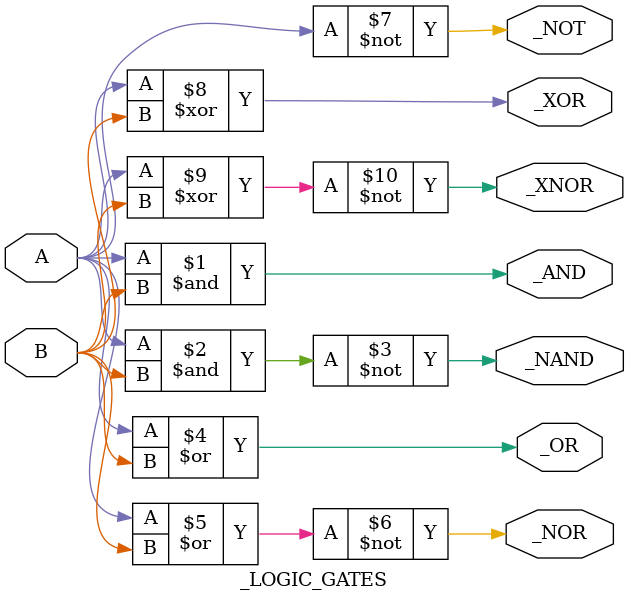
<source format=v>
module _LOGIC_GATES(
  input A,
  input B,
  output _AND,
  output _NAND,
  output _OR,
  output _NOR,
  output _NOT, 
  output _XOR,
  output _XNOR);

// 2.- Internal components -> N/A

// 3.- Assignments, Sequential Blocks, and Module Instances:

assign _AND = A&B; 
assign _NAND = ~(A&B); 
assign _OR = A|B; 
assign _NOR = ~(A|B); 
assign _NOT = ~A; 
assign _XOR = A^B; 
assign _XNOR = ~(A^B); 

endmodule

</source>
